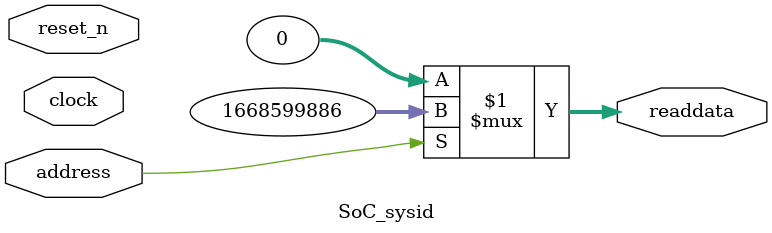
<source format=v>

`timescale 1ns / 1ps
// synthesis translate_on

// turn off superfluous verilog processor warnings 
// altera message_level Level1 
// altera message_off 10034 10035 10036 10037 10230 10240 10030 

module SoC_sysid (
               // inputs:
                address,
                clock,
                reset_n,

               // outputs:
                readdata
             )
;

  output  [ 31: 0] readdata;
  input            address;
  input            clock;
  input            reset_n;

  wire    [ 31: 0] readdata;
  //control_slave, which is an e_avalon_slave
  assign readdata = address ? 1668599886 : 0;

endmodule




</source>
